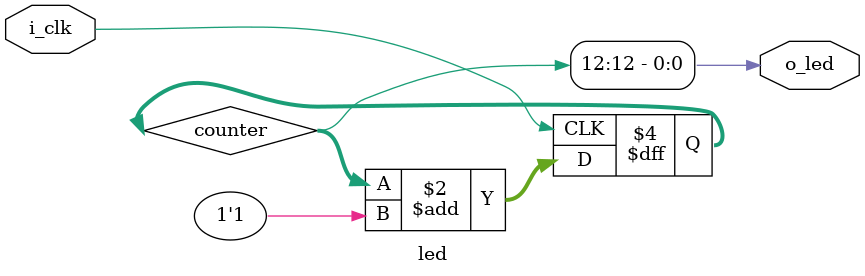
<source format=v>
module led (i_clk, o_led);
    input wire i_clk;
    output wire o_led;

    reg [12:0] counter;  // changes every 20th cycle
    initial counter = 0;


    always @(posedge i_clk)
        counter <= counter + 1'b1;
    assign o_led = counter[12];
endmodule
</source>
